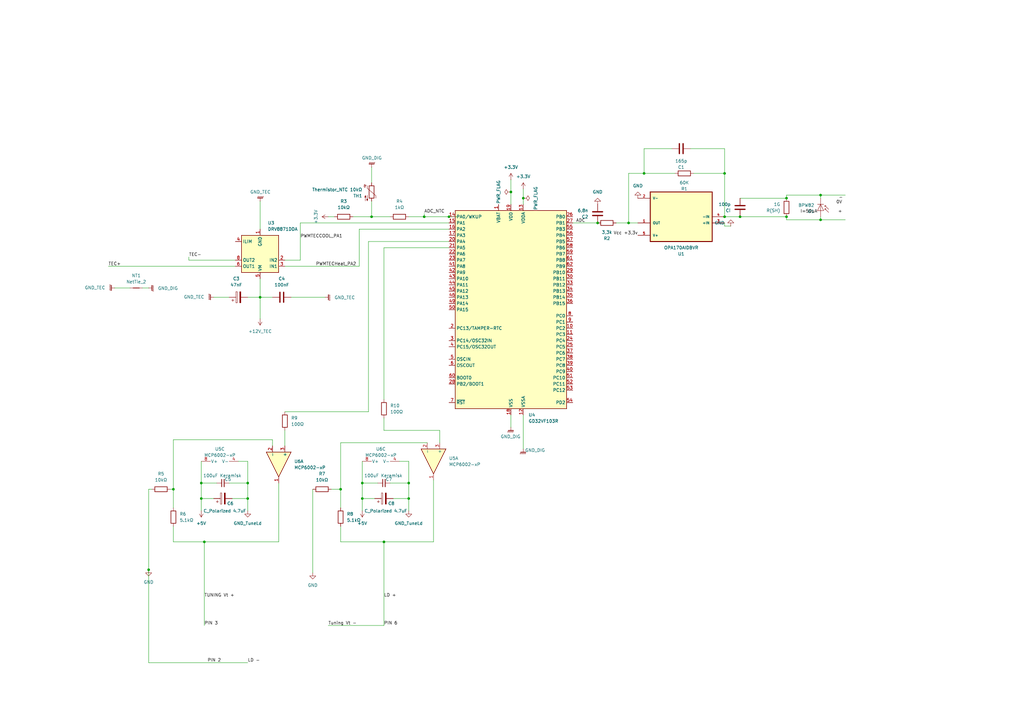
<source format=kicad_sch>
(kicad_sch (version 20250114) (generator "eeschema") (generator_version "9.0")
  (paper "A3")
  (lib_symbols
    (symbol "Amplifier_Operational:MCP6002-xP" (pin_names (offset 0.127))
      (property "Reference" "U" (at 0 5.08 0))
      (property "Value" "MCP6002-xP" (at 0 -5.08 0))
      (symbol "MCP6002-xP_1_1"
        (polyline (pts (xy -5.08 5.08) (xy 5.08 0) (xy -5.08 -5.08) (xy -5.08 5.08)) (stroke (width 0.254)) (fill (type background)))
        (pin input line (at -7.62 2.54 0) (length 2.54) (name "+") (number "3"))
        (pin input line (at -7.62 -2.54 0) (length 2.54) (name "-") (number "2"))
        (pin output line (at 7.62 0 180) (length 2.54) (name "~") (number "1"))
      )
      (symbol "MCP6002-xP_2_1"
        (polyline (pts (xy -5.08 5.08) (xy 5.08 0) (xy -5.08 -5.08) (xy -5.08 5.08)) (stroke (width 0.254)) (fill (type background)))
        (pin input line (at -7.62 2.54 0) (length 2.54) (name "+") (number "5"))
        (pin input line (at -7.62 -2.54 0) (length 2.54) (name "-") (number "6"))
        (pin output line (at 7.62 0 180) (length 2.54) (name "~") (number "7"))
      )
      (symbol "MCP6002-xP_3_1"
        (pin power_in line (at -2.54 7.62 270) (length 3.81) (name "V+") (number "8"))
        (pin power_in line (at -2.54 -7.62 90) (length 3.81) (name "V-") (number "4"))
      )
    )
    (symbol "Device:C" (pin_numbers (hide yes)) (pin_names (offset 0.254))
      (property "Reference" "C" (at 0.635 2.54 0))
      (property "Value" "C" (at 0.635 -2.54 0))
      (symbol "C_0_1"
        (polyline (pts (xy -2.032 0.762) (xy 2.032 0.762)) (stroke (width 0.508)))
        (polyline (pts (xy -2.032 -0.762) (xy 2.032 -0.762)) (stroke (width 0.508)))
      )
      (symbol "C_1_1"
        (pin passive line (at 0 3.81 270) (length 2.794) (name "~") (number "1"))
        (pin passive line (at 0 -3.81 90) (length 2.794) (name "~") (number "2"))
      )
    )
    (symbol "Device:C_Polarized" (pin_numbers (hide yes)) (pin_names (offset 0.254))
      (property "Reference" "C" (at 0.635 2.54 0))
      (property "Value" "C_Polarized" (at 0.635 -2.54 0))
      (symbol "C_Polarized_0_1"
        (rectangle (start -2.286 0.508) (end 2.286 1.016))
        (polyline (pts (xy -1.778 2.286) (xy -0.762 2.286)))
        (polyline (pts (xy -1.27 2.794) (xy -1.27 1.778)))
        (rectangle (start 2.286 -0.508) (end -2.286 -1.016) (fill (type outline)))
      )
      (symbol "C_Polarized_1_1"
        (pin passive line (at 0 3.81 270) (length 2.794) (name "~") (number "1"))
        (pin passive line (at 0 -3.81 90) (length 2.794) (name "~") (number "2"))
      )
    )
    (symbol "Device:C_Small" (pin_numbers (hide yes)) (pin_names (offset 0.254) (hide yes))
      (property "Reference" "C" (at 0.254 1.778 0))
      (property "Value" "C_Small" (at 0.254 -2.032 0))
      (symbol "C_Small_0_1"
        (polyline (pts (xy -1.524 0.508) (xy 1.524 0.508)) (stroke (width 0.3048)))
        (polyline (pts (xy -1.524 -0.508) (xy 1.524 -0.508)) (stroke (width 0.3302)))
      )
      (symbol "C_Small_1_1"
        (pin passive line (at 0 2.54 270) (length 2.032) (name "~") (number "1"))
        (pin passive line (at 0 -2.54 90) (length 2.032) (name "~") (number "2"))
      )
    )
    (symbol "Device:NetTie_2" (pin_numbers (hide yes)) (pin_names (offset 0) (hide yes)) (in_bom no)
      (property "Reference" "NT" (at 0 1.27 0))
      (property "Value" "NetTie_2" (at 0 -1.27 0))
      (symbol "NetTie_2_0_1"
        (polyline (pts (xy -1.27 0) (xy 1.27 0)) (stroke (width 0.254)))
      )
      (symbol "NetTie_2_1_1"
        (pin passive line (at -2.54 0 0) (length 2.54) (name "1") (number "1"))
        (pin passive line (at 2.54 0 180) (length 2.54) (name "2") (number "2"))
      )
    )
    (symbol "Device:R" (pin_numbers (hide yes)) (pin_names (offset 0))
      (property "Reference" "R" (at 2.032 0 90))
      (property "Value" "R" (at 0 0 90))
      (symbol "R_0_1"
        (rectangle (start -1.016 -2.54) (end 1.016 2.54) (stroke (width 0.254)))
      )
      (symbol "R_1_1"
        (pin passive line (at 0 3.81 270) (length 1.27) (name "~") (number "1"))
        (pin passive line (at 0 -3.81 90) (length 1.27) (name "~") (number "2"))
      )
    )
    (symbol "Device:Thermistor_NTC" (pin_numbers (hide yes)) (pin_names (offset 0))
      (property "Reference" "TH" (at -4.445 0 90))
      (property "Value" "Thermistor_NTC" (at 3.175 0 90))
      (symbol "Thermistor_NTC_0_1"
        (arc (start -3.175 2.413) (mid -3.0506 2.3165) (end -3.048 2.159))
        (arc (start -3.048 2.794) (mid -2.9736 2.9736) (end -2.794 3.048))
        (arc (start -2.794 3.048) (mid -2.6144 2.9736) (end -2.54 2.794))
        (arc (start -2.794 2.54) (mid -2.9736 2.6144) (end -3.048 2.794))
        (arc (start -2.794 1.905) (mid -2.9736 1.9794) (end -3.048 2.159))
        (arc (start -2.54 2.159) (mid -2.6144 1.9794) (end -2.794 1.905))
        (arc (start -2.159 2.794) (mid -2.434 2.5608) (end -2.794 2.54))
        (polyline (pts (xy -2.54 2.159) (xy -2.54 2.794)))
        (polyline (pts (xy -2.54 -3.683) (xy -2.54 -1.397) (xy -2.794 -2.159) (xy -2.286 -2.159) (xy -2.54 -1.397) (xy -2.54 -1.651)) (fill (type outline)))
        (polyline (pts (xy -1.778 2.54) (xy -1.778 1.524) (xy 1.778 -1.524) (xy 1.778 -2.54)))
        (polyline (pts (xy -1.778 -1.397) (xy -1.778 -3.683) (xy -2.032 -2.921) (xy -1.524 -2.921) (xy -1.778 -3.683) (xy -1.778 -3.429)) (fill (type outline)))
        (rectangle (start -1.016 2.54) (end 1.016 -2.54) (stroke (width 0.254)))
      )
      (symbol "Thermistor_NTC_1_1"
        (pin passive line (at 0 3.81 270) (length 1.27) (name "~") (number "1"))
        (pin passive line (at 0 -3.81 90) (length 1.27) (name "~") (number "2"))
      )
    )
    (symbol "Driver_Motor:DRV8871DDA"
      (property "Reference" "U" (at -6.35 8.89 0))
      (property "Value" "DRV8871DDA" (at 8.128 8.89 0))
      (symbol "DRV8871DDA_0_1"
        (rectangle (start -7.62 7.62) (end 7.62 -7.62) (stroke (width 0.254)) (fill (type background)))
      )
      (symbol "DRV8871DDA_1_1"
        (pin input line (at -10.16 5.08 0) (length 2.54) (name "IN1") (number "3"))
        (pin input line (at -10.16 2.54 0) (length 2.54) (name "IN2") (number "2"))
        (pin power_in line (at 0 10.16 270) (length 2.54) (name "VM") (number "5"))
        (pin power_in line (at 0 -10.16 90) (length 2.54) (name "GND") (number "1"))
        (pin passive line (at 0 -10.16 90) (length 2.54) (hide yes) (name "GND") (number "7"))
        (pin passive line (at 0 -10.16 90) (length 2.54) (hide yes) (name "GND") (number "9"))
        (pin output line (at 10.16 5.08 180) (length 2.54) (name "OUT1") (number "6"))
        (pin output line (at 10.16 2.54 180) (length 2.54) (name "OUT2") (number "8"))
        (pin passive line (at 10.16 -5.08 180) (length 2.54) (name "ILIM") (number "4"))
      )
    )
    (symbol "MCU_GigaDevice:GD32VF103R"
      (property "Reference" "U" (at -20.32 -43.18 0))
      (property "Value" "GD32VF103R" (at -15.24 -45.72 0))
      (symbol "GD32VF103R_0_1"
        (rectangle (start -22.86 40.64) (end 22.86 -40.64) (stroke (width 0.254)) (fill (type background)))
      )
      (symbol "GD32VF103R_1_1"
        (pin bidirectional line (at -25.4 38.1 0) (length 2.54) (name "PA0/WKUP") (number "14"))
        (pin bidirectional line (at -25.4 35.56 0) (length 2.54) (name "PA1") (number "15"))
        (pin bidirectional line (at -25.4 33.02 0) (length 2.54) (name "PA2") (number "16"))
        (pin bidirectional line (at -25.4 30.48 0) (length 2.54) (name "PA3") (number "17"))
        (pin bidirectional line (at -25.4 27.94 0) (length 2.54) (name "PA4") (number "20"))
        (pin bidirectional line (at -25.4 25.4 0) (length 2.54) (name "PA5") (number "21"))
        (pin bidirectional line (at -25.4 22.86 0) (length 2.54) (name "PA6") (number "22"))
        (pin bidirectional line (at -25.4 20.32 0) (length 2.54) (name "PA7") (number "23"))
        (pin bidirectional line (at -25.4 17.78 0) (length 2.54) (name "PA8") (number "41"))
        (pin bidirectional line (at -25.4 15.24 0) (length 2.54) (name "PA9") (number "42"))
        (pin bidirectional line (at -25.4 12.7 0) (length 2.54) (name "PA10") (number "43"))
        (pin bidirectional line (at -25.4 10.16 0) (length 2.54) (name "PA11") (number "44"))
        (pin bidirectional line (at -25.4 7.62 0) (length 2.54) (name "PA12") (number "45"))
        (pin bidirectional line (at -25.4 5.08 0) (length 2.54) (name "PA13") (number "46"))
        (pin bidirectional line (at -25.4 2.54 0) (length 2.54) (name "PA14") (number "49"))
        (pin bidirectional line (at -25.4 0 0) (length 2.54) (name "PA15") (number "50"))
        (pin bidirectional line (at -25.4 -7.62 0) (length 2.54) (name "PC13/TAMPER-RTC") (number "2"))
        (pin bidirectional line (at -25.4 -12.7 0) (length 2.54) (name "PC14/OSC32IN") (number "3"))
        (pin bidirectional line (at -25.4 -15.24 0) (length 2.54) (name "PC15/OSC32OUT") (number "4"))
        (pin input line (at -25.4 -20.32 0) (length 2.54) (name "OSCIN") (number "5"))
        (pin output line (at -25.4 -22.86 0) (length 2.54) (name "OSCOUT") (number "6"))
        (pin input line (at -25.4 -27.94 0) (length 2.54) (name "BOOT0") (number "60"))
        (pin bidirectional line (at -25.4 -30.48 0) (length 2.54) (name "PB2/BOOT1") (number "28"))
        (pin input line (at -25.4 -38.1 0) (length 2.54) (name "~{RST}") (number "7"))
        (pin power_in line (at -5.08 43.18 270) (length 2.54) (name "VBAT") (number "1"))
        (pin power_in line (at 0 43.18 270) (length 2.54) (name "VDD") (number "19"))
        (pin passive line (at 0 43.18 270) (length 2.54) (hide yes) (name "VDD") (number "32"))
        (pin passive line (at 0 43.18 270) (length 2.54) (hide yes) (name "VDD") (number "48"))
        (pin passive line (at 0 43.18 270) (length 2.54) (hide yes) (name "VDD") (number "64"))
        (pin power_in line (at 0 -43.18 90) (length 2.54) (name "VSS") (number "18"))
        (pin passive line (at 0 -43.18 90) (length 2.54) (hide yes) (name "VSS") (number "31"))
        (pin passive line (at 0 -43.18 90) (length 2.54) (hide yes) (name "VSS") (number "47"))
        (pin passive line (at 0 -43.18 90) (length 2.54) (hide yes) (name "VSS") (number "63"))
        (pin power_in line (at 5.08 43.18 270) (length 2.54) (name "VDDA") (number "13"))
        (pin power_in line (at 5.08 -43.18 90) (length 2.54) (name "VSSA") (number "12"))
        (pin bidirectional line (at 25.4 38.1 180) (length 2.54) (name "PB0") (number "26"))
        (pin bidirectional line (at 25.4 35.56 180) (length 2.54) (name "PB1") (number "27"))
        (pin bidirectional line (at 25.4 33.02 180) (length 2.54) (name "PB3") (number "55"))
        (pin bidirectional line (at 25.4 30.48 180) (length 2.54) (name "PB4") (number "56"))
        (pin bidirectional line (at 25.4 27.94 180) (length 2.54) (name "PB5") (number "57"))
        (pin bidirectional line (at 25.4 25.4 180) (length 2.54) (name "PB6") (number "58"))
        (pin bidirectional line (at 25.4 22.86 180) (length 2.54) (name "PB7") (number "59"))
        (pin bidirectional line (at 25.4 20.32 180) (length 2.54) (name "PB8") (number "61"))
        (pin bidirectional line (at 25.4 17.78 180) (length 2.54) (name "PB9") (number "62"))
        (pin bidirectional line (at 25.4 15.24 180) (length 2.54) (name "PB10") (number "29"))
        (pin bidirectional line (at 25.4 12.7 180) (length 2.54) (name "PB11") (number "30"))
        (pin bidirectional line (at 25.4 10.16 180) (length 2.54) (name "PB12") (number "33"))
        (pin bidirectional line (at 25.4 7.62 180) (length 2.54) (name "PB13") (number "34"))
        (pin bidirectional line (at 25.4 5.08 180) (length 2.54) (name "PB14") (number "35"))
        (pin bidirectional line (at 25.4 2.54 180) (length 2.54) (name "PB15") (number "36"))
        (pin bidirectional line (at 25.4 -2.54 180) (length 2.54) (name "PC0") (number "8"))
        (pin bidirectional line (at 25.4 -5.08 180) (length 2.54) (name "PC1") (number "9"))
        (pin bidirectional line (at 25.4 -7.62 180) (length 2.54) (name "PC2") (number "10"))
        (pin bidirectional line (at 25.4 -10.16 180) (length 2.54) (name "PC3") (number "11"))
        (pin bidirectional line (at 25.4 -12.7 180) (length 2.54) (name "PC4") (number "24"))
        (pin bidirectional line (at 25.4 -15.24 180) (length 2.54) (name "PC5") (number "25"))
        (pin bidirectional line (at 25.4 -17.78 180) (length 2.54) (name "PC6") (number "37"))
        (pin bidirectional line (at 25.4 -20.32 180) (length 2.54) (name "PC7") (number "38"))
        (pin bidirectional line (at 25.4 -22.86 180) (length 2.54) (name "PC8") (number "39"))
        (pin bidirectional line (at 25.4 -25.4 180) (length 2.54) (name "PC9") (number "40"))
        (pin bidirectional line (at 25.4 -27.94 180) (length 2.54) (name "PC10") (number "51"))
        (pin bidirectional line (at 25.4 -30.48 180) (length 2.54) (name "PC11") (number "52"))
        (pin bidirectional line (at 25.4 -33.02 180) (length 2.54) (name "PC12") (number "53"))
        (pin bidirectional line (at 25.4 -38.1 180) (length 2.54) (name "PD2") (number "54"))
      )
    )
    (symbol "OPA170AIDBVR:OPA170AIDBVR" (pin_names (offset 1.016))
      (property "Reference" "U" (at -12.7 11.16 0))
      (property "Value" "OPA170AIDBVR" (at -12.7 -14.16 0))
      (symbol "OPA170AIDBVR_0_0"
        (rectangle (start -12.7 -10.16) (end 12.7 10.16) (stroke (width 0.41)) (fill (type background)))
        (pin input line (at -17.78 2.54 0) (length 5.08) (name "+IN") (number "3"))
        (pin input line (at -17.78 0 0) (length 5.08) (name "-IN") (number "4"))
        (pin power_in line (at 17.78 7.62 180) (length 5.08) (name "V+") (number "5"))
        (pin output line (at 17.78 2.54 180) (length 5.08) (name "OUT") (number "1"))
        (pin power_in line (at 17.78 -7.62 180) (length 5.08) (name "V-") (number "2"))
      )
    )
    (symbol "Sensor_Optical:BPW82" (pin_numbers (hide yes)) (pin_names (hide yes))
      (property "Reference" "D" (at 0.508 1.778 0))
      (property "Value" "BPW82" (at -1.016 -2.794 0))
      (symbol "BPW82_0_1"
        (polyline (pts (xy -2.54 1.27) (xy -2.54 -1.27)) (stroke (width 0.1524)))
        (polyline (pts (xy -2.032 1.778) (xy -1.524 1.778)))
        (polyline (pts (xy -0.508 3.302) (xy -2.032 1.778) (xy -2.032 2.286)))
        (polyline (pts (xy 0 1.27) (xy 0 -1.27)))
        (polyline (pts (xy 0 1.27) (xy -2.54 0) (xy 0 -1.27)))
        (polyline (pts (xy 0 0) (xy -2.54 0)))
        (polyline (pts (xy 0.762 3.302) (xy -0.762 1.778) (xy -0.762 2.286) (xy -0.762 1.778) (xy -0.254 1.778)))
      )
      (symbol "BPW82_1_1"
        (pin passive line (at -5.08 0 0) (length 2.54) (name "K") (number "1"))
        (pin passive line (at 2.54 0 180) (length 2.54) (name "A") (number "2"))
      )
    )
    (symbol "power:+12V" (power) (pin_numbers (hide yes)) (pin_names (offset 0) (hide yes))
      (property "Value" "+12V" (at 0 3.556 0))
      (symbol "+12V_0_1"
        (polyline (pts (xy -0.762 1.27) (xy 0 2.54)))
        (polyline (pts (xy 0 2.54) (xy 0.762 1.27)))
        (polyline (pts (xy 0 0) (xy 0 2.54)))
      )
      (symbol "+12V_1_1"
        (pin power_in line (at 0 0 90) (length 0) (name "~") (number "1"))
      )
    )
    (symbol "power:+3.3V" (power) (pin_numbers (hide yes)) (pin_names (offset 0) (hide yes))
      (property "Value" "+3.3V" (at 0 3.556 0))
      (symbol "+3.3V_0_1"
        (polyline (pts (xy -0.762 1.27) (xy 0 2.54)))
        (polyline (pts (xy 0 2.54) (xy 0.762 1.27)))
        (polyline (pts (xy 0 0) (xy 0 2.54)))
      )
      (symbol "+3.3V_1_1"
        (pin power_in line (at 0 0 90) (length 0) (name "~") (number "1"))
      )
    )
    (symbol "power:GND" (power) (pin_numbers (hide yes)) (pin_names (offset 0) (hide yes))
      (property "Value" "GND" (at 0 -3.81 0))
      (symbol "GND_0_1"
        (polyline (pts (xy 0 0) (xy 0 -1.27) (xy 1.27 -1.27) (xy 0 -2.54) (xy -1.27 -1.27) (xy 0 -1.27)))
      )
      (symbol "GND_1_1"
        (pin power_in line (at 0 0 270) (length 0) (name "~") (number "1"))
      )
    )
    (symbol "power:GNDPWR" (power) (pin_numbers (hide yes)) (pin_names (offset 0) (hide yes))
      (property "Value" "GNDPWR" (at 0 -3.302 0))
      (symbol "GNDPWR_0_1"
        (polyline (pts (xy -1.016 -1.27) (xy -1.27 -2.032) (xy -1.27 -2.032)) (stroke (width 0.2032)))
        (polyline (pts (xy -0.508 -1.27) (xy -0.762 -2.032) (xy -0.762 -2.032)) (stroke (width 0.2032)))
        (polyline (pts (xy 0 -1.27) (xy 0 0)))
        (polyline (pts (xy 0 -1.27) (xy -0.254 -2.032) (xy -0.254 -2.032)) (stroke (width 0.2032)))
        (polyline (pts (xy 0.508 -1.27) (xy 0.254 -2.032) (xy 0.254 -2.032)) (stroke (width 0.2032)))
        (polyline (pts (xy 1.016 -1.27) (xy -1.016 -1.27) (xy -1.016 -1.27)) (stroke (width 0.2032)))
        (polyline (pts (xy 1.016 -1.27) (xy 0.762 -2.032) (xy 0.762 -2.032) (xy 0.762 -2.032)) (stroke (width 0.2032)))
      )
      (symbol "GNDPWR_1_1"
        (pin power_in line (at 0 0 270) (length 0) (name "~") (number "1"))
      )
    )
    (symbol "power:PWR_FLAG" (power) (pin_numbers (hide yes)) (pin_names (offset 0) (hide yes))
      (property "Value" "PWR_FLAG" (at 0 3.81 0))
      (symbol "PWR_FLAG_0_0"
        (pin power_out line (at 0 0 90) (length 0) (name "~") (number "1"))
      )
      (symbol "PWR_FLAG_0_1"
        (polyline (pts (xy 0 0) (xy 0 1.27) (xy -1.016 1.905) (xy 0 2.54) (xy 1.016 1.905) (xy 0 1.27)))
      )
    )
  )
  (junction (at 101.6 204.47))
  (junction (at 82.55 198.12))
  (junction (at 152.4 88.9))
  (junction (at 322.58 81.28))
  (junction (at 167.64 204.47))
  (junction (at 173.99 88.9))
  (junction (at 297.18 71.12))
  (junction (at 264.16 71.12))
  (junction (at 167.64 198.12))
  (junction (at 336.55 80.01))
  (junction (at 82.55 204.47))
  (junction (at 148.59 204.47))
  (junction (at 257.81 91.44))
  (junction (at 106.68 121.92))
  (junction (at 71.12 200.66))
  (junction (at 83.82 222.25))
  (junction (at 101.6 198.12))
  (junction (at 60.96 233.68))
  (junction (at 322.58 88.9))
  (junction (at 336.55 90.17))
  (junction (at 184.15 88.9))
  (junction (at 209.55 78.74))
  (junction (at 148.59 198.12))
  (junction (at 303.53 88.9))
  (junction (at 214.63 81.28))
  (junction (at 245.11 91.44))
  (junction (at 297.18 88.9))
  (junction (at 157.48 222.25))
  (junction (at 139.7 200.66))
  (wire (pts (xy 151.13 99.06) (xy 151.13 168.91)))
  (wire (pts (xy 95.25 204.47) (xy 101.6 204.47)))
  (wire (pts (xy 214.63 77.47) (xy 214.63 81.28)))
  (wire (pts (xy 139.7 200.66) (xy 135.89 200.66)))
  (wire (pts (xy 82.55 198.12) (xy 88.9 198.12)))
  (wire (pts (xy 283.21 60.96) (xy 297.18 60.96)))
  (wire (pts (xy 336.55 80.01) (xy 322.58 80.01)))
  (wire (pts (xy 83.82 222.25) (xy 83.82 256.54)))
  (wire (pts (xy 322.58 80.01) (xy 322.58 81.28)))
  (wire (pts (xy 87.63 121.92) (xy 93.98 121.92)))
  (wire (pts (xy 336.55 81.28) (xy 336.55 80.01)))
  (wire (pts (xy 123.19 91.44) (xy 184.15 91.44)))
  (wire (pts (xy 128.27 200.66) (xy 128.27 234.95)))
  (wire (pts (xy 322.58 81.28) (xy 303.53 81.28)))
  (wire (pts (xy 175.26 181.61) (xy 139.7 181.61)))
  (wire (pts (xy 71.12 215.9) (xy 71.12 222.25)))
  (wire (pts (xy 148.59 198.12) (xy 154.94 198.12)))
  (wire (pts (xy 180.34 176.53) (xy 180.34 181.61)))
  (wire (pts (xy 101.6 189.23) (xy 97.79 189.23)))
  (wire (pts (xy 106.68 82.55) (xy 106.68 93.98)))
  (wire (pts (xy 106.68 114.3) (xy 106.68 121.92)))
  (wire (pts (xy 322.58 90.17) (xy 322.58 88.9)))
  (wire (pts (xy 60.96 271.78) (xy 101.6 271.78)))
  (wire (pts (xy 303.53 88.9) (xy 297.18 88.9)))
  (wire (pts (xy 139.7 215.9) (xy 139.7 222.25)))
  (wire (pts (xy 167.64 88.9) (xy 173.99 88.9)))
  (wire (pts (xy 101.6 189.23) (xy 101.6 198.12)))
  (wire (pts (xy 106.68 121.92) (xy 111.76 121.92)))
  (wire (pts (xy 177.8 222.25) (xy 177.8 196.85)))
  (wire (pts (xy 82.55 189.23) (xy 82.55 198.12)))
  (wire (pts (xy 184.15 99.06) (xy 151.13 99.06)))
  (wire (pts (xy 139.7 181.61) (xy 139.7 200.66)))
  (wire (pts (xy 234.95 91.44) (xy 245.11 91.44)))
  (wire (pts (xy 264.16 71.12) (xy 264.16 60.96)))
  (wire (pts (xy 160.02 198.12) (xy 167.64 198.12)))
  (wire (pts (xy 82.55 209.55) (xy 82.55 204.47)))
  (wire (pts (xy 346.71 90.17) (xy 336.55 90.17)))
  (wire (pts (xy 167.64 189.23) (xy 163.83 189.23)))
  (wire (pts (xy 71.12 222.25) (xy 83.82 222.25)))
  (wire (pts (xy 157.48 101.6) (xy 157.48 163.83)))
  (wire (pts (xy 299.72 92.71) (xy 297.18 92.71)))
  (wire (pts (xy 58.42 118.11) (xy 60.96 118.11)))
  (wire (pts (xy 173.99 88.9) (xy 173.99 87.63)))
  (wire (pts (xy 82.55 204.47) (xy 87.63 204.47)))
  (wire (pts (xy 184.15 88.9) (xy 187.96 88.9)))
  (wire (pts (xy 144.78 88.9) (xy 152.4 88.9)))
  (wire (pts (xy 101.6 121.92) (xy 106.68 121.92)))
  (wire (pts (xy 297.18 71.12) (xy 284.48 71.12)))
  (wire (pts (xy 214.63 81.28) (xy 214.63 83.82)))
  (wire (pts (xy 116.84 168.91) (xy 151.13 168.91)))
  (wire (pts (xy 152.4 68.58) (xy 152.4 74.93)))
  (wire (pts (xy 60.96 200.66) (xy 60.96 233.68)))
  (wire (pts (xy 209.55 170.18) (xy 209.55 175.26)))
  (wire (pts (xy 264.16 71.12) (xy 257.81 71.12)))
  (wire (pts (xy 60.96 271.78) (xy 60.96 233.68)))
  (wire (pts (xy 167.64 189.23) (xy 167.64 198.12)))
  (wire (pts (xy 134.62 88.9) (xy 137.16 88.9)))
  (wire (pts (xy 44.45 109.22) (xy 96.52 109.22)))
  (wire (pts (xy 93.98 198.12) (xy 101.6 198.12)))
  (wire (pts (xy 134.62 256.54) (xy 157.48 256.54)))
  (wire (pts (xy 157.48 176.53) (xy 180.34 176.53)))
  (wire (pts (xy 62.23 200.66) (xy 60.96 200.66)))
  (wire (pts (xy 148.59 209.55) (xy 148.59 204.47)))
  (wire (pts (xy 147.32 93.98) (xy 147.32 109.22)))
  (wire (pts (xy 114.3 222.25) (xy 114.3 198.12)))
  (wire (pts (xy 336.55 90.17) (xy 336.55 88.9)))
  (wire (pts (xy 184.15 101.6) (xy 157.48 101.6)))
  (wire (pts (xy 139.7 222.25) (xy 157.48 222.25)))
  (wire (pts (xy 119.38 121.92) (xy 133.35 121.92)))
  (wire (pts (xy 148.59 189.23) (xy 148.59 198.12)))
  (wire (pts (xy 148.59 204.47) (xy 148.59 198.12)))
  (wire (pts (xy 346.71 80.01) (xy 336.55 80.01)))
  (wire (pts (xy 209.55 73.66) (xy 209.55 78.74)))
  (wire (pts (xy 257.81 71.12) (xy 257.81 91.44)))
  (wire (pts (xy 96.52 106.68) (xy 77.47 106.68)))
  (wire (pts (xy 71.12 200.66) (xy 69.85 200.66)))
  (wire (pts (xy 297.18 71.12) (xy 297.18 88.9)))
  (wire (pts (xy 101.6 198.12) (xy 101.6 204.47)))
  (wire (pts (xy 173.99 88.9) (xy 184.15 88.9)))
  (wire (pts (xy 157.48 171.45) (xy 157.48 176.53)))
  (wire (pts (xy 46.99 118.11) (xy 53.34 118.11)))
  (wire (pts (xy 139.7 200.66) (xy 139.7 208.28)))
  (wire (pts (xy 71.12 180.34) (xy 71.12 200.66)))
  (wire (pts (xy 322.58 88.9) (xy 303.53 88.9)))
  (wire (pts (xy 71.12 200.66) (xy 71.12 208.28)))
  (wire (pts (xy 116.84 176.53) (xy 116.84 182.88)))
  (wire (pts (xy 177.8 222.25) (xy 157.48 222.25)))
  (wire (pts (xy 114.3 222.25) (xy 83.82 222.25)))
  (wire (pts (xy 167.64 198.12) (xy 167.64 204.47)))
  (wire (pts (xy 209.55 78.74) (xy 209.55 83.82)))
  (wire (pts (xy 261.62 91.44) (xy 257.81 91.44)))
  (wire (pts (xy 184.15 93.98) (xy 147.32 93.98)))
  (wire (pts (xy 116.84 109.22) (xy 147.32 109.22)))
  (wire (pts (xy 264.16 71.12) (xy 276.86 71.12)))
  (wire (pts (xy 111.76 180.34) (xy 71.12 180.34)))
  (wire (pts (xy 148.59 204.47) (xy 153.67 204.47)))
  (wire (pts (xy 157.48 222.25) (xy 157.48 256.54)))
  (wire (pts (xy 106.68 121.92) (xy 106.68 130.81)))
  (wire (pts (xy 152.4 88.9) (xy 160.02 88.9)))
  (wire (pts (xy 336.55 90.17) (xy 322.58 90.17)))
  (wire (pts (xy 214.63 170.18) (xy 214.63 184.15)))
  (wire (pts (xy 123.19 106.68) (xy 116.84 106.68)))
  (wire (pts (xy 161.29 204.47) (xy 167.64 204.47)))
  (wire (pts (xy 167.64 209.55) (xy 167.64 204.47)))
  (wire (pts (xy 297.18 71.12) (xy 297.18 60.96)))
  (wire (pts (xy 297.18 92.71) (xy 297.18 91.44)))
  (wire (pts (xy 77.47 106.68) (xy 77.47 105.41)))
  (wire (pts (xy 82.55 204.47) (xy 82.55 198.12)))
  (wire (pts (xy 101.6 209.55) (xy 101.6 204.47)))
  (wire (pts (xy 152.4 82.55) (xy 152.4 88.9)))
  (wire (pts (xy 275.59 60.96) (xy 264.16 60.96)))
  (wire (pts (xy 257.81 91.44) (xy 252.73 91.44)))
  (wire (pts (xy 111.76 182.88) (xy 111.76 180.34)))
  (wire (pts (xy 123.19 91.44) (xy 123.19 106.68)))
  (label "PIN 2" (at 85.09 271.78 0))
  (label "0V" (at 345.44 83.82 180))
  (label "TEC-" (at 77.47 105.41 0))
  (label "TEC+" (at 44.45 109.22 0))
  (label "LD -" (at 101.6 271.78 0))
  (label "Tuning Vt -" (at 134.62 256.54 0))
  (label "Vcc +3,3v" (at 261.62 96.52 180))
  (label "PWMTECHeat_PA2" (at 129.54 109.22 0))
  (label "PIN 3" (at 83.82 256.54 0))
  (label "ADC" (at 236.22 91.44 0))
  (label "_" (at 345.44 81.28 180))
  (label "I=50uA" (at 335.28 87.63 180))
  (label "PIN 6" (at 157.48 256.54 0))
  (label "+" (at 345.44 87.63 180))
  (label "TUNING Vt +" (at 83.82 245.11 0))
  (label "LD +" (at 157.48 245.11 0))
  (label "PWMTECCOOL_PA1" (at 123.19 97.79 0))
  (label "ADC_NTC" (at 173.99 87.63 0))
  (symbol (lib_id "Amplifier_Operational:MCP6002-xP") (at 114.3 190.5 270) (unit 1)
    (property "Reference" "U6" (at 120.65 189.2299 90) (effects (justify left)))
    (property "Value" "MCP6002-xP" (at 120.65 191.7699 90) (effects (justify left)))
    (property "Datasheet" "http://ww1.microchip.com/downloads/en/DeviceDoc/21733j.pdf" (effects (hide yes)))
    (property "Description" "1MHz, Low-Power Op Amp, DIP-8" (effects (hide yes)))
  )
  (symbol (lib_id "MCU_GigaDevice:GD32VF103R") (at 209.55 127 0) (unit 1)
    (property "Reference" "U4" (at 216.7733 170.18 0) (effects (justify left)))
    (property "Value" "GD32VF103R" (at 216.7733 172.72 0) (effects (justify left)))
    (property "Footprint" "Package_QFP:LQFP-64_10x10mm_P0.5mm" (effects (hide yes)))
    (property "Datasheet" "https://www.gigadevice.com/datasheet/gd32vf103xxxx-datasheet/" (effects (hide yes)))
    (property "Description" "RISC-V 32-bit MCU, LQFP-64" (effects (hide yes)))
  )
  (symbol (lib_id "Sensor_Optical:BPW82") (at 336.55 86.36 270) (unit 1)
    (property "Reference" "D1" (at 334.01 86.703 90) (effects (justify right)))
    (property "Value" "BPW82" (at 334.01 84.163 90) (effects (justify right)))
    (property "Footprint" "OptoDevice:Osram_BPW82" (effects (hide yes)))
    (property "Datasheet" "http://www.vishay.com/docs/81529/bpw82.pdf" (effects (hide yes)))
    (property "Description" "Silicon PIN Photodiode with Daylight Blocking Filter" (effects (hide yes)))
  )
  (symbol (lib_id "power:+3.3V") (at 214.63 77.47 0) (unit 1)
    (property "Reference" "#PWR014" (effects (hide yes)))
    (property "Value" "+3.3V" (at 214.63 72.39 0))
    (property "Description" "Power symbol creates a global label with name \"+3.3V\"" (effects (hide yes)))
  )
  (symbol (lib_id "Device:C_Small") (at 91.44 198.12 90) (unit 1)
    (property "Reference" "C5" (at 93.472 196.596 90))
    (property "Value" "100uF Keramisk" (at 91.186 195.072 90))
    (property "Description" "Unpolarized capacitor, small symbol" (effects (hide yes)))
  )
  (symbol (lib_id "power:GNDPWR") (at 60.96 118.11 90) (unit 1)
    (property "Reference" "#PWR013" (effects (hide yes)))
    (property "Value" "GND_DIG" (at 64.77 118.2369 90) (effects (justify right)))
    (property "Description" "Power symbol creates a global label with name \"GNDPWR\" , global ground" (effects (hide yes)))
  )
  (symbol (lib_id "Device:C_Polarized") (at 91.44 204.47 90) (unit 1)
    (property "Reference" "C6" (at 94.488 206.502 90))
    (property "Value" "C_Polarized 4.7uF" (at 92.202 209.55 90))
    (property "Description" "Polarized capacitor" (effects (hide yes)))
  )
  (symbol (lib_id "Device:C_Small") (at 157.48 198.12 90) (unit 1)
    (property "Reference" "C7" (at 159.512 196.596 90))
    (property "Value" "100uF Keramisk" (at 157.226 195.072 90))
    (property "Description" "Unpolarized capacitor, small symbol" (effects (hide yes)))
  )
  (symbol (lib_id "power:GNDPWR") (at 209.55 175.26 0) (unit 1)
    (property "Reference" "#PWR08" (effects (hide yes)))
    (property "Value" "GND_DIG" (at 209.423 179.07 0))
    (property "Description" "Power symbol creates a global label with name \"GNDPWR\" , global ground" (effects (hide yes)))
  )
  (symbol (lib_id "power:GNDPWR") (at 46.99 118.11 270) (unit 1)
    (property "Reference" "#PWR012" (effects (hide yes)))
    (property "Value" "GND_TEC" (at 43.18 117.9829 90) (effects (justify right)))
    (property "Description" "Power symbol creates a global label with name \"GNDPWR\" , global ground" (effects (hide yes)))
  )
  (symbol (lib_id "OPA170AIDBVR:OPA170AIDBVR") (at 279.4 88.9 180) (unit 1)
    (property "Reference" "U1" (at 279.4 104.14 0))
    (property "Value" "OPA170AIDBVR" (at 279.4 101.6 0))
    (property "Footprint" "OPA170AIDBVR:SOT95P280X145-5N" (effects (hide yes)))
    (property "MF" "Texas Instruments" (effects (hide yes)))
    (property "Description_1" "Single, 36-V, 1.2-MHz, low-power operational amplifier" (effects (hide yes)))
    (property "Package" "SOT-23-5 Texas Instruments" (effects (hide yes)))
    (property "Price" "None" (effects (hide yes)))
    (property "SnapEDA_Link" "https://www.snapeda.com/parts/OPA170AIDBVR/Texas+Instruments/view-part/?ref=snap" (effects (hide yes)))
    (property "MP" "OPA170AIDBVR" (effects (hide yes)))
    (property "Purchase-URL" "https://www.snapeda.com/api/url_track_click_mouser/?unipart_id=1241051&manufacturer=Texas Instruments&part_name=OPA170AIDBVR&search_term=None" (effects (hide yes)))
    (property "Availability" "In Stock" (effects (hide yes)))
    (property "Check_prices" "https://www.snapeda.com/parts/OPA170AIDBVR/Texas+Instruments/view-part/?ref=eda" (effects (hide yes)))
  )
  (symbol (lib_id "Device:R") (at 280.67 71.12 90) (unit 1)
    (property "Reference" "R1" (at 280.67 77.47 90))
    (property "Value" "60K" (at 280.67 74.93 90))
    (property "Description" "Resistor" (effects (hide yes)))
  )
  (symbol (lib_id "Device:R") (at 248.92 91.44 90) (unit 1)
    (property "Reference" "R2" (at 248.92 97.79 90))
    (property "Value" "3,3k" (at 248.92 95.25 90))
    (property "Description" "Resistor" (effects (hide yes)))
  )
  (symbol (lib_id "Device:R") (at 66.04 200.66 270) (unit 1)
    (property "Reference" "R5" (at 66.04 194.31 90))
    (property "Value" "10kΩ" (at 66.04 196.85 90))
    (property "Description" "Resistor" (effects (hide yes)))
  )
  (symbol (lib_id "power:GND") (at 245.11 83.82 180) (unit 1)
    (property "Reference" "#PWR03" (effects (hide yes)))
    (property "Value" "GND" (at 245.11 78.74 0))
    (property "Description" "Power symbol creates a global label with name \"GND\" , ground" (effects (hide yes)))
  )
  (symbol (lib_id "Device:R") (at 163.83 88.9 90) (unit 1)
    (property "Reference" "R4" (at 163.83 82.55 90))
    (property "Value" "1kΩ" (at 163.83 85.09 90))
    (property "Description" "Resistor" (effects (hide yes)))
  )
  (symbol (lib_id "Device:C_Polarized") (at 157.48 204.47 90) (unit 1)
    (property "Reference" "C8" (at 160.528 206.502 90))
    (property "Value" "C_Polarized 4.7uF" (at 158.242 209.55 90))
    (property "Description" "Polarized capacitor" (effects (hide yes)))
  )
  (symbol (lib_id "power:GNDPWR") (at 152.4 68.58 180) (unit 1)
    (property "Reference" "#PWR07" (effects (hide yes)))
    (property "Value" "GND_DIG" (at 152.527 64.77 0))
    (property "Description" "Power symbol creates a global label with name \"GNDPWR\" , global ground" (effects (hide yes)))
  )
  (symbol (lib_id "power:GND") (at 128.27 234.95 0) (unit 1)
    (property "Reference" "#PWR019" (effects (hide yes)))
    (property "Value" "GND" (at 128.27 240.03 0))
    (property "Description" "Power symbol creates a global label with name \"GND\" , ground" (effects (hide yes)))
  )
  (symbol (lib_id "power:GND") (at 299.72 92.71 180) (unit 1)
    (property "Reference" "#PWR04" (effects (hide yes)))
    (property "Value" "GND" (at 297.18 91.4401 0) (effects (justify left)))
    (property "Description" "Power symbol creates a global label with name \"GND\" , ground" (effects (hide yes)))
  )
  (symbol (lib_id "power:+3.3V") (at 148.59 209.55 180) (unit 1)
    (property "Reference" "#PWR020" (effects (hide yes)))
    (property "Value" "+5V" (at 148.59 214.63 0))
    (property "Description" "Power symbol creates a global label with name \"+3.3V\"" (effects (hide yes)))
  )
  (symbol (lib_id "power:+3.3V") (at 209.55 73.66 0) (unit 1)
    (property "Reference" "#PWR01" (effects (hide yes)))
    (property "Value" "+3.3V" (at 209.55 68.58 0))
    (property "Description" "Power symbol creates a global label with name \"+3.3V\"" (effects (hide yes)))
  )
  (symbol (lib_id "power:PWR_FLAG") (at 209.55 78.74 90) (unit 1)
    (property "Reference" "#FLG01" (effects (hide yes)))
    (property "Value" "PWR_FLAG" (at 204.47 78.74 0))
    (property "Description" "Special symbol for telling ERC where power comes from" (effects (hide yes)))
  )
  (symbol (lib_id "Amplifier_Operational:MCP6002-xP") (at 90.17 186.69 90) (unit 3)
    (property "Reference" "U5" (at 90.17 184.15 90))
    (property "Value" "MCP6002-xP" (at 90.17 186.69 90))
    (property "Datasheet" "http://ww1.microchip.com/downloads/en/DeviceDoc/21733j.pdf" (effects (hide yes)))
    (property "Description" "1MHz, Low-Power Op Amp, DIP-8" (effects (hide yes)))
  )
  (symbol (lib_id "power:GND") (at 261.62 81.28 180) (unit 1)
    (property "Reference" "#PWR02" (effects (hide yes)))
    (property "Value" "GND" (at 261.62 76.2 0))
    (property "Description" "Power symbol creates a global label with name \"GND\" , ground" (effects (hide yes)))
  )
  (symbol (lib_id "Device:R") (at 140.97 88.9 90) (unit 1)
    (property "Reference" "R3" (at 140.97 82.55 90))
    (property "Value" "10kΩ" (at 140.97 85.09 90))
    (property "Description" "Resistor" (effects (hide yes)))
  )
  (symbol (lib_id "Device:Thermistor_NTC") (at 152.4 78.74 0) (unit 1)
    (property "Reference" "TH1" (at 148.59 80.3276 0) (effects (justify right)))
    (property "Value" "Thermistor_NTC 10kΩ" (at 148.59 77.7876 0) (effects (justify right)))
    (property "Description" "Temperature dependent resistor, negative temperature coefficient" (effects (hide yes)))
  )
  (symbol (lib_id "Device:C") (at 279.4 60.96 270) (unit 1)
    (property "Reference" "C1" (at 279.4 68.58 90))
    (property "Value" "165p" (at 279.4 66.04 90))
    (property "Description" "Unpolarized capacitor" (effects (hide yes)))
  )
  (symbol (lib_id "Device:NetTie_2") (at 55.88 118.11 0) (unit 1) (in_bom no)
    (property "Reference" "NT1" (at 55.88 113.03 0))
    (property "Value" "NetTie_2" (at 55.88 115.57 0))
    (property "Description" "Net tie, 2 pins" (effects (hide yes)))
  )
  (symbol (lib_id "power:GND") (at 60.96 233.68 0) (unit 1)
    (property "Reference" "#PWR016" (effects (hide yes)))
    (property "Value" "GND" (at 60.96 238.76 0))
    (property "Description" "Power symbol creates a global label with name \"GND\" , ground" (effects (hide yes)))
  )
  (symbol (lib_id "Driver_Motor:DRV8871DDA") (at 106.68 104.14 180) (unit 1)
    (property "Reference" "U3" (at 109.7981 91.44 0) (effects (justify right)))
    (property "Value" "DRV8871DDA" (at 109.7981 93.98 0) (effects (justify right)))
    (property "Footprint" "Package_SO:Texas_HTSOP-8-1EP_3.9x4.9mm_P1.27mm_EP2.95x4.9mm_Mask2.4x3.1mm_ThermalVias" (effects (hide yes)))
    (property "Datasheet" "http://www.ti.com/lit/ds/symlink/drv8871.pdf" (effects (hide yes)))
    (property "Description" "Brushed DC Motor Driver, PWM Control, 45V, 3.6A, Current limiting, HTSOP-8" (effects (hide yes)))
  )
  (symbol (lib_id "power:+3.3V") (at 82.55 209.55 180) (unit 1)
    (property "Reference" "#PWR017" (effects (hide yes)))
    (property "Value" "+5V" (at 82.55 214.63 0))
    (property "Description" "Power symbol creates a global label with name \"+3.3V\"" (effects (hide yes)))
  )
  (symbol (lib_id "Device:R") (at 71.12 212.09 0) (unit 1)
    (property "Reference" "R6" (at 73.66 210.8199 0) (effects (justify left)))
    (property "Value" "5.1kΩ" (at 73.66 213.3599 0) (effects (justify left)))
    (property "Description" "Resistor" (effects (hide yes)))
  )
  (symbol (lib_id "Device:R") (at 116.84 172.72 180) (unit 1)
    (property "Reference" "R9" (at 119.38 171.4499 0) (effects (justify right)))
    (property "Value" "100Ω" (at 119.38 173.9899 0) (effects (justify right)))
    (property "Description" "Resistor" (effects (hide yes)))
  )
  (symbol (lib_id "Device:R") (at 139.7 212.09 0) (unit 1)
    (property "Reference" "R8" (at 142.24 210.8199 0) (effects (justify left)))
    (property "Value" "5.1kΩ" (at 142.24 213.3599 0) (effects (justify left)))
    (property "Description" "Resistor" (effects (hide yes)))
  )
  (symbol (lib_id "power:+12V") (at 106.68 130.81 180) (unit 1)
    (property "Reference" "#PWR09" (effects (hide yes)))
    (property "Value" "+12V_TEC" (at 106.68 135.89 0))
    (property "Description" "Power symbol creates a global label with name \"+12V\"" (effects (hide yes)))
  )
  (symbol (lib_id "power:GNDPWR") (at 214.63 184.15 0) (unit 1)
    (property "Reference" "#PWR015" (effects (hide yes)))
    (property "Value" "GND_DIG" (at 219.456 184.658 0))
    (property "Description" "Power symbol creates a global label with name \"GNDPWR\" , global ground" (effects (hide yes)))
  )
  (symbol (lib_id "Device:R") (at 132.08 200.66 270) (unit 1)
    (property "Reference" "R7" (at 132.08 194.31 90))
    (property "Value" "10kΩ" (at 132.08 196.85 90))
    (property "Description" "Resistor" (effects (hide yes)))
  )
  (symbol (lib_id "power:GNDPWR") (at 133.35 121.92 90) (unit 1)
    (property "Reference" "#PWR010" (effects (hide yes)))
    (property "Value" "GND_TEC" (at 137.16 122.0469 90) (effects (justify right)))
    (property "Description" "Power symbol creates a global label with name \"GNDPWR\" , global ground" (effects (hide yes)))
  )
  (symbol (lib_id "Amplifier_Operational:MCP6002-xP") (at 156.21 186.69 90) (unit 3)
    (property "Reference" "U6" (at 156.21 184.15 90))
    (property "Value" "MCP6002-xP" (at 156.21 186.69 90))
    (property "Datasheet" "http://ww1.microchip.com/downloads/en/DeviceDoc/21733j.pdf" (effects (hide yes)))
    (property "Description" "1MHz, Low-Power Op Amp, DIP-8" (effects (hide yes)))
  )
  (symbol (lib_id "power:+3.3V") (at 134.62 88.9 90) (unit 1)
    (property "Reference" "#PWR05" (effects (hide yes)))
    (property "Value" "+3.3V" (at 129.54 88.9 0))
    (property "Description" "Power symbol creates a global label with name \"+3.3V\"" (effects (hide yes)))
  )
  (symbol (lib_id "Device:C") (at 303.53 85.09 0) (unit 1)
    (property "Reference" "Ci" (at 299.72 86.3601 0) (effects (justify right)))
    (property "Value" "100p" (at 299.72 83.8201 0) (effects (justify right)))
    (property "Description" "Unpolarized capacitor" (effects (hide yes)))
  )
  (symbol (lib_id "power:PWR_FLAG") (at 214.63 81.28 270) (unit 1)
    (property "Reference" "#FLG02" (effects (hide yes)))
    (property "Value" "PWR_FLAG" (at 219.71 81.28 0))
    (property "Description" "Special symbol for telling ERC where power comes from" (effects (hide yes)))
  )
  (symbol (lib_id "power:GNDPWR") (at 87.63 121.92 270) (unit 1)
    (property "Reference" "#PWR011" (effects (hide yes)))
    (property "Value" "GND_TEC" (at 83.82 121.7929 90) (effects (justify right)))
    (property "Description" "Power symbol creates a global label with name \"GNDPWR\" , global ground" (effects (hide yes)))
  )
  (symbol (lib_id "Device:R") (at 322.58 85.09 180) (unit 1)
    (property "Reference" "R(SH)" (at 320.04 86.3601 0) (effects (justify left)))
    (property "Value" "1G" (at 320.04 83.8201 0) (effects (justify left)))
    (property "Description" "Resistor" (effects (hide yes)))
  )
  (symbol (lib_id "Amplifier_Operational:MCP6002-xP") (at 177.8 189.23 270) (unit 1)
    (property "Reference" "U5" (at 184.15 187.9599 90) (effects (justify left)))
    (property "Value" "MCP6002-xP" (at 184.15 190.4999 90) (effects (justify left)))
    (property "Datasheet" "http://ww1.microchip.com/downloads/en/DeviceDoc/21733j.pdf" (effects (hide yes)))
    (property "Description" "1MHz, Low-Power Op Amp, DIP-8" (effects (hide yes)))
  )
  (symbol (lib_id "power:GNDPWR") (at 106.68 82.55 180) (unit 1)
    (property "Reference" "#PWR06" (effects (hide yes)))
    (property "Value" "GND_TEC" (at 106.807 78.74 0))
    (property "Description" "Power symbol creates a global label with name \"GNDPWR\" , global ground" (effects (hide yes)))
  )
  (symbol (lib_id "Device:C_Polarized") (at 97.79 121.92 90) (unit 1)
    (property "Reference" "C3" (at 96.901 114.3 90))
    (property "Value" "47nF" (at 96.901 116.84 90))
    (property "Description" "Polarized capacitor" (effects (hide yes)))
  )
  (symbol (lib_id "Device:C") (at 115.57 121.92 90) (unit 1)
    (property "Reference" "C4" (at 115.57 114.3 90))
    (property "Value" "100nF" (at 115.57 116.84 90))
    (property "Description" "Unpolarized capacitor" (effects (hide yes)))
  )
  (symbol (lib_id "power:GND") (at 101.6 209.55 0) (unit 1)
    (property "Reference" "#PWR018" (effects (hide yes)))
    (property "Value" "GND_TuneLd" (at 101.6 214.63 0))
    (property "Description" "Power symbol creates a global label with name \"GND\" , ground" (effects (hide yes)))
  )
  (symbol (lib_id "Device:C") (at 245.11 87.63 0) (unit 1)
    (property "Reference" "C2" (at 241.3 88.9001 0) (effects (justify right)))
    (property "Value" "6,8n" (at 241.3 86.3601 0) (effects (justify right)))
    (property "Description" "Unpolarized capacitor" (effects (hide yes)))
  )
  (symbol (lib_id "power:GND") (at 167.64 209.55 0) (unit 1)
    (property "Reference" "#PWR021" (effects (hide yes)))
    (property "Value" "GND_TuneLd" (at 167.64 214.63 0))
    (property "Description" "Power symbol creates a global label with name \"GND\" , ground" (effects (hide yes)))
  )
  (symbol (lib_id "Device:R") (at 157.48 167.64 180) (unit 1)
    (property "Reference" "R10" (at 160.02 166.3699 0) (effects (justify right)))
    (property "Value" "100Ω" (at 160.02 168.9099 0) (effects (justify right)))
    (property "Description" "Resistor" (effects (hide yes)))
  )
)
</source>
